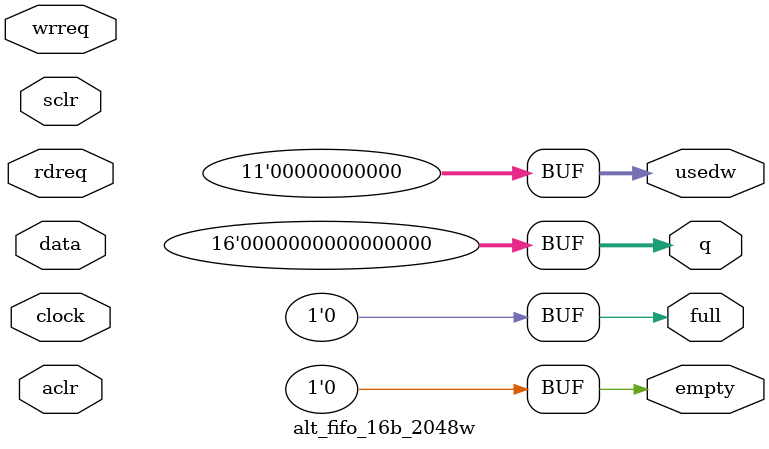
<source format=v>
module alt_fifo_16b_2048w(	// file.cleaned.mlir:2:3
  input         aclr,	// file.cleaned.mlir:2:36
                clock,	// file.cleaned.mlir:2:51
  input  [15:0] data,	// file.cleaned.mlir:2:67
  input         rdreq,	// file.cleaned.mlir:2:83
                sclr,	// file.cleaned.mlir:2:99
                wrreq,	// file.cleaned.mlir:2:114
  output        empty,	// file.cleaned.mlir:2:131
                full,	// file.cleaned.mlir:2:147
  output [15:0] q,	// file.cleaned.mlir:2:162
  output [10:0] usedw	// file.cleaned.mlir:2:175
);

  assign empty = 1'h0;	// file.cleaned.mlir:3:14, :6:5
  assign full = 1'h0;	// file.cleaned.mlir:3:14, :6:5
  assign q = 16'h0;	// file.cleaned.mlir:4:15, :6:5
  assign usedw = 11'h0;	// file.cleaned.mlir:5:15, :6:5
endmodule


</source>
